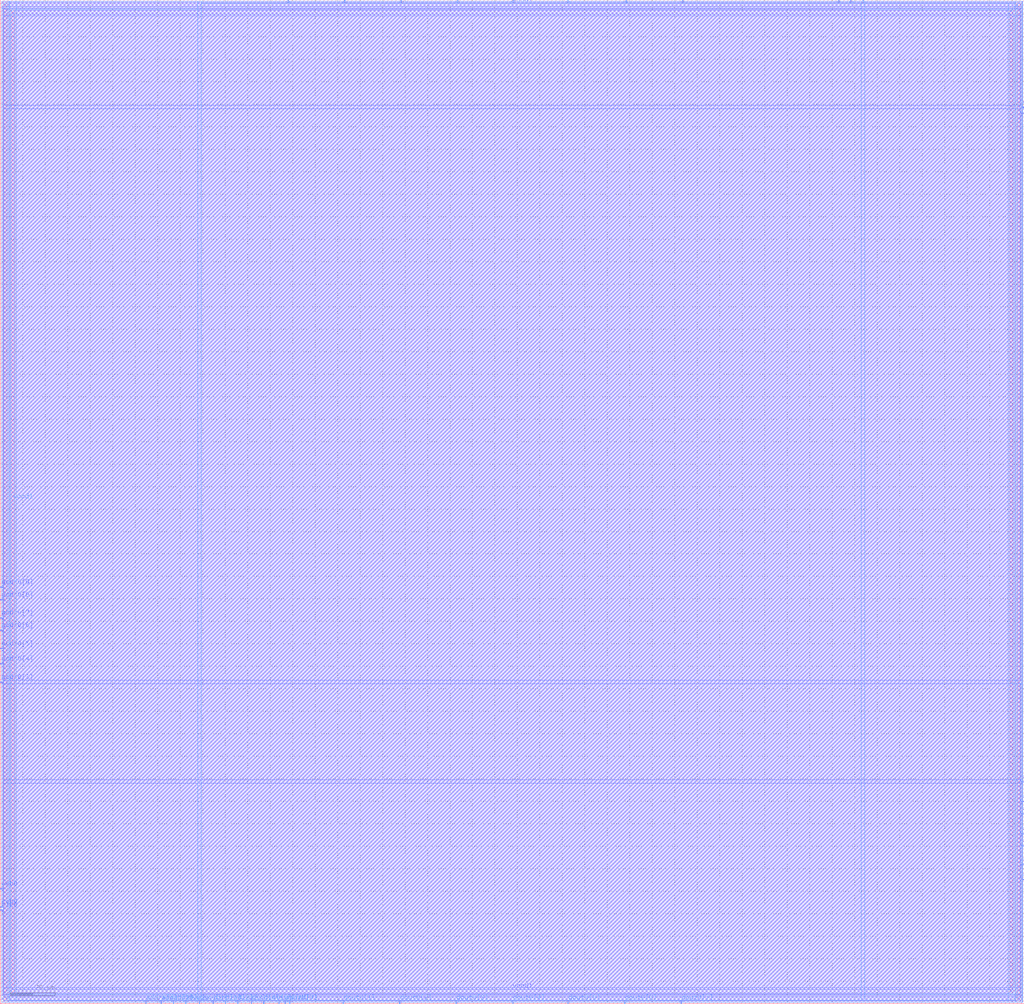
<source format=lef>
VERSION 5.4 ;
NAMESCASESENSITIVE ON ;
BUSBITCHARS "[]" ;
DIVIDERCHAR "/" ;
UNITS
  DATABASE MICRONS 1000 ;
END UNITS
MACRO sky130_sram_1kbyte_1rw1r_8x1024_8
   CLASS BLOCK ;
   SIZE 455.3 BY 446.46 ;
   SYMMETRY X Y R90 ;
   PIN din0[0]
      DIRECTION INPUT ;
      PORT
         LAYER met4 ;
         RECT  88.4 0.0 88.78 1.06 ;
      END
   END din0[0]
   PIN din0[1]
      DIRECTION INPUT ;
      PORT
         LAYER met4 ;
         RECT  94.52 0.0 94.9 1.06 ;
      END
   END din0[1]
   PIN din0[2]
      DIRECTION INPUT ;
      PORT
         LAYER met4 ;
         RECT  99.96 0.0 100.34 1.06 ;
      END
   END din0[2]
   PIN din0[3]
      DIRECTION INPUT ;
      PORT
         LAYER met4 ;
         RECT  105.4 0.0 105.78 1.06 ;
      END
   END din0[3]
   PIN din0[4]
      DIRECTION INPUT ;
      PORT
         LAYER met4 ;
         RECT  111.52 0.0 111.9 1.06 ;
      END
   END din0[4]
   PIN din0[5]
      DIRECTION INPUT ;
      PORT
         LAYER met4 ;
         RECT  116.96 0.0 117.34 1.06 ;
      END
   END din0[5]
   PIN din0[6]
      DIRECTION INPUT ;
      PORT
         LAYER met4 ;
         RECT  123.76 0.0 124.14 1.06 ;
      END
   END din0[6]
   PIN din0[7]
      DIRECTION INPUT ;
      PORT
         LAYER met4 ;
         RECT  128.52 0.0 128.9 1.06 ;
      END
   END din0[7]
   PIN addr0[0]
      DIRECTION INPUT ;
      PORT
         LAYER met4 ;
         RECT  64.6 0.0 64.98 1.06 ;
      END
   END addr0[0]
   PIN addr0[1]
      DIRECTION INPUT ;
      PORT
         LAYER met4 ;
         RECT  71.4 0.0 71.78 1.06 ;
      END
   END addr0[1]
   PIN addr0[2]
      DIRECTION INPUT ;
      PORT
         LAYER met4 ;
         RECT  76.84 0.0 77.22 1.06 ;
      END
   END addr0[2]
   PIN addr0[3]
      DIRECTION INPUT ;
      PORT
         LAYER met3 ;
         RECT  0.0 142.8 1.06 143.18 ;
      END
   END addr0[3]
   PIN addr0[4]
      DIRECTION INPUT ;
      PORT
         LAYER met3 ;
         RECT  0.0 150.96 1.06 151.34 ;
      END
   END addr0[4]
   PIN addr0[5]
      DIRECTION INPUT ;
      PORT
         LAYER met3 ;
         RECT  0.0 157.76 1.06 158.14 ;
      END
   END addr0[5]
   PIN addr0[6]
      DIRECTION INPUT ;
      PORT
         LAYER met3 ;
         RECT  0.0 165.92 1.06 166.3 ;
      END
   END addr0[6]
   PIN addr0[7]
      DIRECTION INPUT ;
      PORT
         LAYER met3 ;
         RECT  0.0 171.36 1.06 171.74 ;
      END
   END addr0[7]
   PIN addr0[8]
      DIRECTION INPUT ;
      PORT
         LAYER met3 ;
         RECT  0.0 179.52 1.06 179.9 ;
      END
   END addr0[8]
   PIN addr0[9]
      DIRECTION INPUT ;
      PORT
         LAYER met3 ;
         RECT  0.0 184.96 1.06 185.34 ;
      END
   END addr0[9]
   PIN addr1[0]
      DIRECTION INPUT ;
      PORT
         LAYER met4 ;
         RECT  383.52 445.4 383.9 446.46 ;
      END
   END addr1[0]
   PIN addr1[1]
      DIRECTION INPUT ;
      PORT
         LAYER met4 ;
         RECT  378.08 445.4 378.46 446.46 ;
      END
   END addr1[1]
   PIN addr1[2]
      DIRECTION INPUT ;
      PORT
         LAYER met4 ;
         RECT  372.64 445.4 373.02 446.46 ;
      END
   END addr1[2]
   PIN addr1[3]
      DIRECTION INPUT ;
      PORT
         LAYER met3 ;
         RECT  454.24 98.6 455.3 98.98 ;
      END
   END addr1[3]
   PIN addr1[4]
      DIRECTION INPUT ;
      PORT
         LAYER met3 ;
         RECT  454.24 89.76 455.3 90.14 ;
      END
   END addr1[4]
   PIN addr1[5]
      DIRECTION INPUT ;
      PORT
         LAYER met3 ;
         RECT  454.24 84.32 455.3 84.7 ;
      END
   END addr1[5]
   PIN addr1[6]
      DIRECTION INPUT ;
      PORT
         LAYER met3 ;
         RECT  454.24 75.48 455.3 75.86 ;
      END
   END addr1[6]
   PIN addr1[7]
      DIRECTION INPUT ;
      PORT
         LAYER met3 ;
         RECT  454.24 70.04 455.3 70.42 ;
      END
   END addr1[7]
   PIN addr1[8]
      DIRECTION INPUT ;
      PORT
         LAYER met3 ;
         RECT  454.24 61.88 455.3 62.26 ;
      END
   END addr1[8]
   PIN addr1[9]
      DIRECTION INPUT ;
      PORT
         LAYER met3 ;
         RECT  454.24 55.08 455.3 55.46 ;
      END
   END addr1[9]
   PIN csb0
      DIRECTION INPUT ;
      PORT
         LAYER met3 ;
         RECT  0.0 42.84 1.06 43.22 ;
      END
   END csb0
   PIN csb1
      DIRECTION INPUT ;
      PORT
         LAYER met3 ;
         RECT  454.24 398.48 455.3 398.86 ;
      END
   END csb1
   PIN web0
      DIRECTION INPUT ;
      PORT
         LAYER met3 ;
         RECT  0.0 51.0 1.06 51.38 ;
      END
   END web0
   PIN clk0
      DIRECTION INPUT ;
      PORT
         LAYER met3 ;
         RECT  0.0 41.48 1.06 41.86 ;
      END
   END clk0
   PIN clk1
      DIRECTION INPUT ;
      PORT
         LAYER met3 ;
         RECT  454.24 395.76 455.3 396.14 ;
      END
   END clk1
   PIN wmask0
      DIRECTION INPUT ;
      PORT
         LAYER met4 ;
         RECT  82.28 0.0 82.66 1.06 ;
      END
   END wmask0
   PIN dout0[0]
      DIRECTION OUTPUT ;
      PORT
         LAYER met4 ;
         RECT  126.48 0.0 126.86 1.06 ;
      END
   END dout0[0]
   PIN dout0[1]
      DIRECTION OUTPUT ;
      PORT
         LAYER met4 ;
         RECT  152.32 0.0 152.7 1.06 ;
      END
   END dout0[1]
   PIN dout0[2]
      DIRECTION OUTPUT ;
      PORT
         LAYER met4 ;
         RECT  177.48 0.0 177.86 1.06 ;
      END
   END dout0[2]
   PIN dout0[3]
      DIRECTION OUTPUT ;
      PORT
         LAYER met4 ;
         RECT  202.64 0.0 203.02 1.06 ;
      END
   END dout0[3]
   PIN dout0[4]
      DIRECTION OUTPUT ;
      PORT
         LAYER met4 ;
         RECT  227.8 0.0 228.18 1.06 ;
      END
   END dout0[4]
   PIN dout0[5]
      DIRECTION OUTPUT ;
      PORT
         LAYER met4 ;
         RECT  252.28 0.0 252.66 1.06 ;
      END
   END dout0[5]
   PIN dout0[6]
      DIRECTION OUTPUT ;
      PORT
         LAYER met4 ;
         RECT  277.44 0.0 277.82 1.06 ;
      END
   END dout0[6]
   PIN dout0[7]
      DIRECTION OUTPUT ;
      PORT
         LAYER met4 ;
         RECT  302.6 0.0 302.98 1.06 ;
      END
   END dout0[7]
   PIN dout1[0]
      DIRECTION OUTPUT ;
      PORT
         LAYER met4 ;
         RECT  127.84 445.4 128.22 446.46 ;
      END
   END dout1[0]
   PIN dout1[1]
      DIRECTION OUTPUT ;
      PORT
         LAYER met4 ;
         RECT  153.0 445.4 153.38 446.46 ;
      END
   END dout1[1]
   PIN dout1[2]
      DIRECTION OUTPUT ;
      PORT
         LAYER met4 ;
         RECT  178.16 445.4 178.54 446.46 ;
      END
   END dout1[2]
   PIN dout1[3]
      DIRECTION OUTPUT ;
      PORT
         LAYER met4 ;
         RECT  203.32 445.4 203.7 446.46 ;
      END
   END dout1[3]
   PIN dout1[4]
      DIRECTION OUTPUT ;
      PORT
         LAYER met4 ;
         RECT  227.8 445.4 228.18 446.46 ;
      END
   END dout1[4]
   PIN dout1[5]
      DIRECTION OUTPUT ;
      PORT
         LAYER met4 ;
         RECT  252.28 445.4 252.66 446.46 ;
      END
   END dout1[5]
   PIN dout1[6]
      DIRECTION OUTPUT ;
      PORT
         LAYER met4 ;
         RECT  278.12 445.4 278.5 446.46 ;
      END
   END dout1[6]
   PIN dout1[7]
      DIRECTION OUTPUT ;
      PORT
         LAYER met4 ;
         RECT  303.28 445.4 303.66 446.46 ;
      END
   END dout1[7]
   PIN vccd1
      DIRECTION INOUT ;
      USE POWER ; 
      SHAPE ABUTMENT ; 
      PORT
         LAYER met4 ;
         RECT  448.8 4.76 450.54 441.7 ;
         LAYER met3 ;
         RECT  4.76 439.96 450.54 441.7 ;
         LAYER met3 ;
         RECT  4.76 4.76 450.54 6.5 ;
         LAYER met4 ;
         RECT  4.76 4.76 6.5 441.7 ;
      END
   END vccd1
   PIN vssd1
      DIRECTION INOUT ;
      USE GROUND ; 
      SHAPE ABUTMENT ; 
      PORT
         LAYER met4 ;
         RECT  1.36 1.36 3.1 445.1 ;
         LAYER met4 ;
         RECT  452.2 1.36 453.94 445.1 ;
         LAYER met3 ;
         RECT  1.36 1.36 453.94 3.1 ;
         LAYER met3 ;
         RECT  1.36 443.36 453.94 445.1 ;
      END
   END vssd1
   OBS
   LAYER  met1 ;
      RECT  0.62 0.62 454.68 445.84 ;
   LAYER  met2 ;
      RECT  0.62 0.62 454.68 445.84 ;
   LAYER  met3 ;
      RECT  1.66 142.2 454.68 143.78 ;
      RECT  0.62 143.78 1.66 150.36 ;
      RECT  0.62 151.94 1.66 157.16 ;
      RECT  0.62 158.74 1.66 165.32 ;
      RECT  0.62 166.9 1.66 170.76 ;
      RECT  0.62 172.34 1.66 178.92 ;
      RECT  0.62 180.5 1.66 184.36 ;
      RECT  1.66 98.0 453.64 99.58 ;
      RECT  1.66 99.58 453.64 142.2 ;
      RECT  453.64 99.58 454.68 142.2 ;
      RECT  453.64 90.74 454.68 98.0 ;
      RECT  453.64 85.3 454.68 89.16 ;
      RECT  453.64 76.46 454.68 83.72 ;
      RECT  453.64 71.02 454.68 74.88 ;
      RECT  453.64 62.86 454.68 69.44 ;
      RECT  453.64 56.06 454.68 61.28 ;
      RECT  1.66 143.78 453.64 397.88 ;
      RECT  1.66 397.88 453.64 399.46 ;
      RECT  0.62 43.82 1.66 50.4 ;
      RECT  0.62 51.98 1.66 142.2 ;
      RECT  453.64 143.78 454.68 395.16 ;
      RECT  453.64 396.74 454.68 397.88 ;
      RECT  1.66 399.46 4.16 439.36 ;
      RECT  1.66 439.36 4.16 442.3 ;
      RECT  4.16 399.46 451.14 439.36 ;
      RECT  451.14 399.46 453.64 439.36 ;
      RECT  451.14 439.36 453.64 442.3 ;
      RECT  1.66 4.16 4.16 7.1 ;
      RECT  1.66 7.1 4.16 98.0 ;
      RECT  4.16 7.1 451.14 98.0 ;
      RECT  451.14 4.16 453.64 7.1 ;
      RECT  451.14 7.1 453.64 98.0 ;
      RECT  453.64 0.62 454.54 0.76 ;
      RECT  453.64 3.7 454.54 54.48 ;
      RECT  454.54 0.62 454.68 0.76 ;
      RECT  454.54 0.76 454.68 3.7 ;
      RECT  454.54 3.7 454.68 54.48 ;
      RECT  0.62 0.62 0.76 0.76 ;
      RECT  0.62 0.76 0.76 3.7 ;
      RECT  0.62 3.7 0.76 40.88 ;
      RECT  0.76 0.62 1.66 0.76 ;
      RECT  0.76 3.7 1.66 40.88 ;
      RECT  1.66 0.62 4.16 0.76 ;
      RECT  1.66 3.7 4.16 4.16 ;
      RECT  4.16 0.62 451.14 0.76 ;
      RECT  4.16 3.7 451.14 4.16 ;
      RECT  451.14 0.62 453.64 0.76 ;
      RECT  451.14 3.7 453.64 4.16 ;
      RECT  0.62 185.94 0.76 442.76 ;
      RECT  0.62 442.76 0.76 445.7 ;
      RECT  0.62 445.7 0.76 445.84 ;
      RECT  0.76 185.94 1.66 442.76 ;
      RECT  0.76 445.7 1.66 445.84 ;
      RECT  453.64 399.46 454.54 442.76 ;
      RECT  453.64 445.7 454.54 445.84 ;
      RECT  454.54 399.46 454.68 442.76 ;
      RECT  454.54 442.76 454.68 445.7 ;
      RECT  454.54 445.7 454.68 445.84 ;
      RECT  1.66 442.3 4.16 442.76 ;
      RECT  1.66 445.7 4.16 445.84 ;
      RECT  4.16 442.3 451.14 442.76 ;
      RECT  4.16 445.7 451.14 445.84 ;
      RECT  451.14 442.3 453.64 442.76 ;
      RECT  451.14 445.7 453.64 445.84 ;
   LAYER  met4 ;
      RECT  87.8 1.66 89.38 445.84 ;
      RECT  89.38 0.62 93.92 1.66 ;
      RECT  95.5 0.62 99.36 1.66 ;
      RECT  100.94 0.62 104.8 1.66 ;
      RECT  106.38 0.62 110.92 1.66 ;
      RECT  112.5 0.62 116.36 1.66 ;
      RECT  117.94 0.62 123.16 1.66 ;
      RECT  65.58 0.62 70.8 1.66 ;
      RECT  72.38 0.62 76.24 1.66 ;
      RECT  89.38 1.66 382.92 444.8 ;
      RECT  382.92 1.66 384.5 444.8 ;
      RECT  379.06 444.8 382.92 445.84 ;
      RECT  373.62 444.8 377.48 445.84 ;
      RECT  77.82 0.62 81.68 1.66 ;
      RECT  83.26 0.62 87.8 1.66 ;
      RECT  124.74 0.62 125.88 1.66 ;
      RECT  127.46 0.62 127.92 1.66 ;
      RECT  129.5 0.62 151.72 1.66 ;
      RECT  153.3 0.62 176.88 1.66 ;
      RECT  178.46 0.62 202.04 1.66 ;
      RECT  203.62 0.62 227.2 1.66 ;
      RECT  228.78 0.62 251.68 1.66 ;
      RECT  253.26 0.62 276.84 1.66 ;
      RECT  278.42 0.62 302.0 1.66 ;
      RECT  89.38 444.8 127.24 445.84 ;
      RECT  128.82 444.8 152.4 445.84 ;
      RECT  153.98 444.8 177.56 445.84 ;
      RECT  179.14 444.8 202.72 445.84 ;
      RECT  204.3 444.8 227.2 445.84 ;
      RECT  228.78 444.8 251.68 445.84 ;
      RECT  253.26 444.8 277.52 445.84 ;
      RECT  279.1 444.8 302.68 445.84 ;
      RECT  304.26 444.8 372.04 445.84 ;
      RECT  384.5 1.66 448.2 4.16 ;
      RECT  384.5 4.16 448.2 442.3 ;
      RECT  384.5 442.3 448.2 444.8 ;
      RECT  448.2 1.66 451.14 4.16 ;
      RECT  448.2 442.3 451.14 444.8 ;
      RECT  4.16 1.66 7.1 4.16 ;
      RECT  4.16 442.3 7.1 445.84 ;
      RECT  7.1 1.66 87.8 4.16 ;
      RECT  7.1 4.16 87.8 442.3 ;
      RECT  7.1 442.3 87.8 445.84 ;
      RECT  0.62 0.62 0.76 0.76 ;
      RECT  0.62 0.76 0.76 1.66 ;
      RECT  0.76 0.62 3.7 0.76 ;
      RECT  3.7 0.62 64.0 0.76 ;
      RECT  3.7 0.76 64.0 1.66 ;
      RECT  0.62 1.66 0.76 4.16 ;
      RECT  3.7 1.66 4.16 4.16 ;
      RECT  0.62 4.16 0.76 442.3 ;
      RECT  3.7 4.16 4.16 442.3 ;
      RECT  0.62 442.3 0.76 445.7 ;
      RECT  0.62 445.7 0.76 445.84 ;
      RECT  0.76 445.7 3.7 445.84 ;
      RECT  3.7 442.3 4.16 445.7 ;
      RECT  3.7 445.7 4.16 445.84 ;
      RECT  384.5 444.8 451.6 445.7 ;
      RECT  384.5 445.7 451.6 445.84 ;
      RECT  451.6 445.7 454.54 445.84 ;
      RECT  454.54 444.8 454.68 445.7 ;
      RECT  454.54 445.7 454.68 445.84 ;
      RECT  303.58 0.62 451.6 0.76 ;
      RECT  303.58 0.76 451.6 1.66 ;
      RECT  451.6 0.62 454.54 0.76 ;
      RECT  454.54 0.62 454.68 0.76 ;
      RECT  454.54 0.76 454.68 1.66 ;
      RECT  451.14 1.66 451.6 4.16 ;
      RECT  454.54 1.66 454.68 4.16 ;
      RECT  451.14 4.16 451.6 442.3 ;
      RECT  454.54 4.16 454.68 442.3 ;
      RECT  451.14 442.3 451.6 444.8 ;
      RECT  454.54 442.3 454.68 444.8 ;
   END
END    sky130_sram_1kbyte_1rw1r_8x1024_8
END    LIBRARY

</source>
